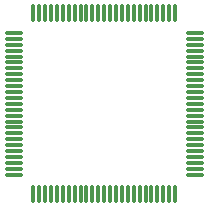
<source format=gbr>
%TF.GenerationSoftware,KiCad,Pcbnew,9.0.2+1*%
%TF.CreationDate,2025-06-30T02:26:09+02:00*%
%TF.ProjectId,isa_debug_card,6973615f-6465-4627-9567-5f636172642e,rev?*%
%TF.SameCoordinates,Original*%
%TF.FileFunction,Paste,Top*%
%TF.FilePolarity,Positive*%
%FSLAX46Y46*%
G04 Gerber Fmt 4.6, Leading zero omitted, Abs format (unit mm)*
G04 Created by KiCad (PCBNEW 9.0.2+1) date 2025-06-30 02:26:09*
%MOMM*%
%LPD*%
G01*
G04 APERTURE LIST*
G04 Aperture macros list*
%AMRoundRect*
0 Rectangle with rounded corners*
0 $1 Rounding radius*
0 $2 $3 $4 $5 $6 $7 $8 $9 X,Y pos of 4 corners*
0 Add a 4 corners polygon primitive as box body*
4,1,4,$2,$3,$4,$5,$6,$7,$8,$9,$2,$3,0*
0 Add four circle primitives for the rounded corners*
1,1,$1+$1,$2,$3*
1,1,$1+$1,$4,$5*
1,1,$1+$1,$6,$7*
1,1,$1+$1,$8,$9*
0 Add four rect primitives between the rounded corners*
20,1,$1+$1,$2,$3,$4,$5,0*
20,1,$1+$1,$4,$5,$6,$7,0*
20,1,$1+$1,$6,$7,$8,$9,0*
20,1,$1+$1,$8,$9,$2,$3,0*%
G04 Aperture macros list end*
%ADD10RoundRect,0.075000X-0.662500X-0.075000X0.662500X-0.075000X0.662500X0.075000X-0.662500X0.075000X0*%
%ADD11RoundRect,0.075000X-0.075000X-0.662500X0.075000X-0.662500X0.075000X0.662500X-0.075000X0.662500X0*%
G04 APERTURE END LIST*
D10*
%TO.C,U3*%
X110773500Y-102669500D03*
X110773500Y-103169500D03*
X110773500Y-103669500D03*
X110773500Y-104169500D03*
X110773500Y-104669500D03*
X110773500Y-105169500D03*
X110773500Y-105669500D03*
X110773500Y-106169500D03*
X110773500Y-106669500D03*
X110773500Y-107169500D03*
X110773500Y-107669500D03*
X110773500Y-108169500D03*
X110773500Y-108669500D03*
X110773500Y-109169500D03*
X110773500Y-109669500D03*
X110773500Y-110169500D03*
X110773500Y-110669500D03*
X110773500Y-111169500D03*
X110773500Y-111669500D03*
X110773500Y-112169500D03*
X110773500Y-112669500D03*
X110773500Y-113169500D03*
X110773500Y-113669500D03*
X110773500Y-114169500D03*
X110773500Y-114669500D03*
D11*
X112436000Y-116332000D03*
X112936000Y-116332000D03*
X113436000Y-116332000D03*
X113936000Y-116332000D03*
X114436000Y-116332000D03*
X114936000Y-116332000D03*
X115436000Y-116332000D03*
X115936000Y-116332000D03*
X116436000Y-116332000D03*
X116936000Y-116332000D03*
X117436000Y-116332000D03*
X117936000Y-116332000D03*
X118436000Y-116332000D03*
X118936000Y-116332000D03*
X119436000Y-116332000D03*
X119936000Y-116332000D03*
X120436000Y-116332000D03*
X120936000Y-116332000D03*
X121436000Y-116332000D03*
X121936000Y-116332000D03*
X122436000Y-116332000D03*
X122936000Y-116332000D03*
X123436000Y-116332000D03*
X123936000Y-116332000D03*
X124436000Y-116332000D03*
D10*
X126098500Y-114669500D03*
X126098500Y-114169500D03*
X126098500Y-113669500D03*
X126098500Y-113169500D03*
X126098500Y-112669500D03*
X126098500Y-112169500D03*
X126098500Y-111669500D03*
X126098500Y-111169500D03*
X126098500Y-110669500D03*
X126098500Y-110169500D03*
X126098500Y-109669500D03*
X126098500Y-109169500D03*
X126098500Y-108669500D03*
X126098500Y-108169500D03*
X126098500Y-107669500D03*
X126098500Y-107169500D03*
X126098500Y-106669500D03*
X126098500Y-106169500D03*
X126098500Y-105669500D03*
X126098500Y-105169500D03*
X126098500Y-104669500D03*
X126098500Y-104169500D03*
X126098500Y-103669500D03*
X126098500Y-103169500D03*
X126098500Y-102669500D03*
D11*
X124436000Y-101007000D03*
X123936000Y-101007000D03*
X123436000Y-101007000D03*
X122936000Y-101007000D03*
X122436000Y-101007000D03*
X121936000Y-101007000D03*
X121436000Y-101007000D03*
X120936000Y-101007000D03*
X120436000Y-101007000D03*
X119936000Y-101007000D03*
X119436000Y-101007000D03*
X118936000Y-101007000D03*
X118436000Y-101007000D03*
X117936000Y-101007000D03*
X117436000Y-101007000D03*
X116936000Y-101007000D03*
X116436000Y-101007000D03*
X115936000Y-101007000D03*
X115436000Y-101007000D03*
X114936000Y-101007000D03*
X114436000Y-101007000D03*
X113936000Y-101007000D03*
X113436000Y-101007000D03*
X112936000Y-101007000D03*
X112436000Y-101007000D03*
%TD*%
M02*

</source>
